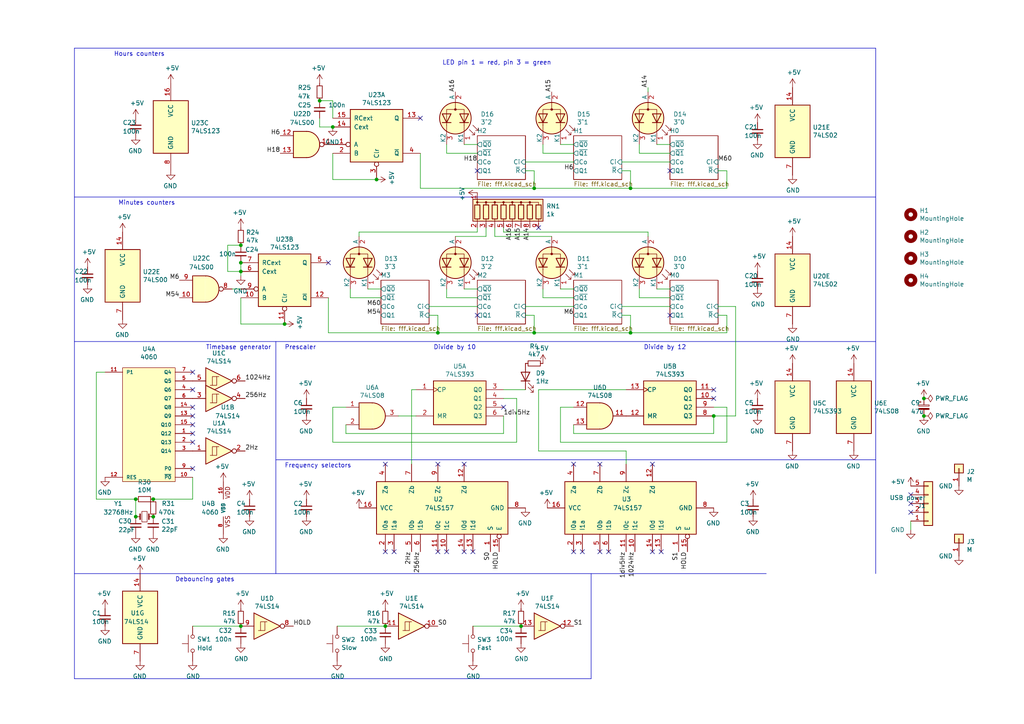
<source format=kicad_sch>
(kicad_sch (version 20230121) (generator eeschema)
  (paper "A4")
  (title_block (title "TTL ternary clock") (date "2024-04-02") (rev "1"))
  (junction (at 39.37 144.78))
  (junction (at 69.85 78.74))
  (junction (at 154.94 96.52))
  (junction (at 69.85 71.12))
  (junction (at 182.88 96.52))
  (junction (at 44.45 149.86))
  (junction (at 96.52 36.83))
  (junction (at 82.55 93.98))
  (junction (at 267.97 120.65))
  (junction (at 44.45 144.78))
  (junction (at 151.13 181.61))
  (junction (at 69.85 181.61))
  (junction (at 182.88 54.61))
  (junction (at 154.94 54.61))
  (junction (at 92.71 29.21))
  (junction (at 207.01 120.65))
  (junction (at 69.85 76.2))
  (junction (at 267.97 115.57))
  (junction (at 127 96.52))
  (junction (at 109.22 52.07))
  (junction (at 39.37 149.86))
  (junction (at 111.76 181.61))
  (no_connect (at 121.92 34.29))
  (no_connect (at 156.21 66.04))
  (no_connect (at 207.01 113.03))
  (no_connect (at 55.88 118.11))
  (no_connect (at 129.54 160.02))
  (no_connect (at 55.88 113.03))
  (no_connect (at 166.37 160.02))
  (no_connect (at 138.43 91.44))
  (no_connect (at 137.16 160.02))
  (no_connect (at 189.23 134.62))
  (no_connect (at 127 134.62))
  (no_connect (at 168.91 160.02))
  (no_connect (at 176.53 160.02))
  (no_connect (at 264.16 146.05))
  (no_connect (at 55.88 123.19))
  (no_connect (at 55.88 135.89))
  (no_connect (at 194.31 49.53))
  (no_connect (at 127 160.02))
  (no_connect (at 173.99 134.62))
  (no_connect (at 114.3 160.02))
  (no_connect (at 55.88 120.65))
  (no_connect (at 264.16 143.51))
  (no_connect (at 134.62 134.62))
  (no_connect (at 166.37 134.62))
  (no_connect (at 55.88 107.95))
  (no_connect (at 146.05 118.11))
  (no_connect (at 189.23 160.02))
  (no_connect (at 191.77 160.02))
  (no_connect (at 173.99 160.02))
  (no_connect (at 138.43 49.53))
  (no_connect (at 95.25 76.2))
  (no_connect (at 134.62 160.02))
  (no_connect (at 194.31 91.44))
  (no_connect (at 207.01 115.57))
  (no_connect (at 55.88 125.73))
  (no_connect (at 111.76 134.62))
  (no_connect (at 55.88 128.27))
  (no_connect (at 111.76 160.02))
  (no_connect (at 264.16 148.59))
  (wire (pts (xy 190.5 83.82) (xy 194.31 83.82)))
  (wire (pts (xy 182.88 54.61) (xy 210.82 54.61)))
  (wire (pts (xy 154.94 96.52) (xy 154.94 91.44)))
  (wire (pts (xy 182.88 49.53) (xy 180.34 49.53)))
  (wire (pts (xy 149.86 128.27) (xy 96.52 128.27)))
  (wire (pts (xy 127 96.52) (xy 154.94 96.52)))
  (wire (pts (xy 95.25 96.52) (xy 127 96.52)))
  (wire (pts (xy 134.62 83.82) (xy 138.43 83.82)))
  (wire (pts (xy 69.85 78.74) (xy 69.85 80.01)))
  (wire (pts (xy 66.04 71.12) (xy 69.85 71.12)))
  (wire (pts (xy 210.82 49.53) (xy 208.28 49.53)))
  (wire (pts (xy 185.42 44.45) (xy 194.31 44.45)))
  (wire (pts (xy 146.05 67.31) (xy 187.96 67.31)))
  (wire (pts (xy 180.34 88.9) (xy 194.31 88.9)))
  (wire (pts (xy 156.21 113.03) (xy 181.61 113.03)))
  (wire (pts (xy 146.05 66.04) (xy 146.05 67.31)))
  (wire (pts (xy 143.51 66.04) (xy 143.51 68.58)))
  (polyline (pts (xy 21.59 99.06) (xy 254 99.06)))
  (wire (pts (xy 27.94 144.78) (xy 27.94 107.95)))
  (wire (pts (xy 104.14 67.31) (xy 138.43 67.31)))
  (polyline (pts (xy 21.59 57.15) (xy 254 57.15)))
  (wire (pts (xy 119.38 113.03) (xy 120.65 113.03)))
  (wire (pts (xy 156.21 113.03) (xy 156.21 130.81)))
  (wire (pts (xy 207.01 125.73) (xy 207.01 120.65)))
  (wire (pts (xy 129.54 41.91) (xy 129.54 44.45)))
  (wire (pts (xy 134.62 41.91) (xy 138.43 41.91)))
  (wire (pts (xy 154.94 54.61) (xy 154.94 49.53)))
  (wire (pts (xy 146.05 113.03) (xy 152.4 113.03)))
  (wire (pts (xy 100.33 123.19) (xy 100.33 125.73)))
  (wire (pts (xy 69.85 76.2) (xy 69.85 78.74)))
  (wire (pts (xy 182.88 91.44) (xy 180.34 91.44)))
  (wire (pts (xy 154.94 49.53) (xy 152.4 49.53)))
  (wire (pts (xy 121.92 44.45) (xy 121.92 54.61)))
  (wire (pts (xy 149.86 115.57) (xy 149.86 128.27)))
  (wire (pts (xy 44.45 144.78) (xy 55.88 144.78)))
  (wire (pts (xy 185.42 86.36) (xy 194.31 86.36)))
  (wire (pts (xy 190.5 41.91) (xy 194.31 41.91)))
  (wire (pts (xy 157.48 44.45) (xy 166.37 44.45)))
  (wire (pts (xy 162.56 128.27) (xy 210.82 128.27)))
  (wire (pts (xy 129.54 44.45) (xy 138.43 44.45)))
  (wire (pts (xy 100.33 125.73) (xy 146.05 125.73)))
  (wire (pts (xy 187.96 25.4) (xy 187.96 26.67)))
  (wire (pts (xy 166.37 125.73) (xy 207.01 125.73)))
  (wire (pts (xy 101.6 86.36) (xy 110.49 86.36)))
  (polyline (pts (xy 254 13.97) (xy 21.59 13.97)))
  (wire (pts (xy 115.57 120.65) (xy 120.65 120.65)))
  (wire (pts (xy 96.52 29.21) (xy 96.52 34.29)))
  (wire (pts (xy 154.94 54.61) (xy 182.88 54.61)))
  (wire (pts (xy 210.82 91.44) (xy 210.82 96.52)))
  (wire (pts (xy 166.37 118.11) (xy 162.56 118.11)))
  (wire (pts (xy 162.56 83.82) (xy 166.37 83.82)))
  (wire (pts (xy 146.05 115.57) (xy 149.86 115.57)))
  (wire (pts (xy 208.28 88.9) (xy 213.36 88.9)))
  (polyline (pts (xy 21.59 13.97) (xy 21.59 196.85)))
  (wire (pts (xy 152.4 46.99) (xy 166.37 46.99)))
  (wire (pts (xy 96.52 118.11) (xy 100.33 118.11)))
  (wire (pts (xy 124.46 88.9) (xy 138.43 88.9)))
  (wire (pts (xy 55.88 181.61) (xy 69.85 181.61)))
  (wire (pts (xy 39.37 149.86) (xy 39.37 144.78)))
  (wire (pts (xy 27.94 107.95) (xy 30.48 107.95)))
  (wire (pts (xy 129.54 86.36) (xy 138.43 86.36)))
  (wire (pts (xy 140.97 68.58) (xy 132.08 68.58)))
  (wire (pts (xy 152.4 88.9) (xy 166.37 88.9)))
  (polyline (pts (xy 80.01 99.06) (xy 80.01 166.37)))
  (polyline (pts (xy 21.59 196.85) (xy 171.45 196.85)))
  (wire (pts (xy 157.48 83.82) (xy 157.48 86.36)))
  (wire (pts (xy 182.88 96.52) (xy 210.82 96.52)))
  (wire (pts (xy 166.37 123.19) (xy 166.37 125.73)))
  (wire (pts (xy 182.88 54.61) (xy 182.88 49.53)))
  (wire (pts (xy 264.16 153.67) (xy 264.16 151.13)))
  (wire (pts (xy 66.04 78.74) (xy 66.04 71.12)))
  (wire (pts (xy 95.25 86.36) (xy 95.25 96.52)))
  (wire (pts (xy 182.88 96.52) (xy 182.88 91.44)))
  (wire (pts (xy 127 96.52) (xy 127 91.44)))
  (wire (pts (xy 121.92 54.61) (xy 154.94 54.61)))
  (wire (pts (xy 96.52 44.45) (xy 96.52 52.07)))
  (wire (pts (xy 106.68 83.82) (xy 110.49 83.82)))
  (wire (pts (xy 210.82 91.44) (xy 208.28 91.44)))
  (wire (pts (xy 162.56 41.91) (xy 166.37 41.91)))
  (wire (pts (xy 157.48 41.91) (xy 157.48 44.45)))
  (wire (pts (xy 96.52 52.07) (xy 109.22 52.07)))
  (wire (pts (xy 39.37 144.78) (xy 27.94 144.78)))
  (wire (pts (xy 154.94 96.52) (xy 182.88 96.52)))
  (wire (pts (xy 140.97 66.04) (xy 140.97 68.58)))
  (polyline (pts (xy 171.45 196.85) (xy 171.45 166.37)))
  (wire (pts (xy 104.14 68.58) (xy 104.14 67.31)))
  (polyline (pts (xy 80.01 133.35) (xy 254 133.35)))
  (wire (pts (xy 207.01 120.65) (xy 213.36 120.65)))
  (wire (pts (xy 127 91.44) (xy 124.46 91.44)))
  (wire (pts (xy 210.82 49.53) (xy 210.82 54.61)))
  (wire (pts (xy 101.6 83.82) (xy 101.6 86.36)))
  (wire (pts (xy 129.54 83.82) (xy 129.54 86.36)))
  (wire (pts (xy 146.05 125.73) (xy 146.05 120.65)))
  (wire (pts (xy 207.01 118.11) (xy 210.82 118.11)))
  (wire (pts (xy 187.96 67.31) (xy 187.96 68.58)))
  (wire (pts (xy 181.61 130.81) (xy 181.61 134.62)))
  (wire (pts (xy 154.94 91.44) (xy 152.4 91.44)))
  (wire (pts (xy 185.42 41.91) (xy 185.42 44.45)))
  (wire (pts (xy 157.48 86.36) (xy 166.37 86.36)))
  (wire (pts (xy 92.71 36.83) (xy 96.52 36.83)))
  (wire (pts (xy 66.04 78.74) (xy 69.85 78.74)))
  (wire (pts (xy 69.85 93.98) (xy 82.55 93.98)))
  (wire (pts (xy 67.31 83.82) (xy 69.85 83.82)))
  (wire (pts (xy 137.16 181.61) (xy 151.13 181.61)))
  (wire (pts (xy 162.56 118.11) (xy 162.56 128.27)))
  (wire (pts (xy 138.43 67.31) (xy 138.43 66.04)))
  (wire (pts (xy 185.42 83.82) (xy 185.42 86.36)))
  (wire (pts (xy 213.36 88.9) (xy 213.36 120.65)))
  (polyline (pts (xy 21.59 166.37) (xy 222.25 166.37)))
  (wire (pts (xy 97.79 181.61) (xy 111.76 181.61)))
  (wire (pts (xy 180.34 46.99) (xy 194.31 46.99)))
  (wire (pts (xy 156.21 130.81) (xy 181.61 130.81)))
  (wire (pts (xy 69.85 86.36) (xy 69.85 93.98)))
  (wire (pts (xy 92.71 34.29) (xy 92.71 36.83)))
  (wire (pts (xy 92.71 29.21) (xy 96.52 29.21)))
  (wire (pts (xy 119.38 134.62) (xy 119.38 113.03)))
  (polyline (pts (xy 254 13.97) (xy 254 166.37)))
  (wire (pts (xy 55.88 144.78) (xy 55.88 138.43)))
  (wire (pts (xy 143.51 68.58) (xy 160.02 68.58)))
  (wire (pts (xy 96.52 128.27) (xy 96.52 118.11)))
  (wire (pts (xy 210.82 118.11) (xy 210.82 128.27)))
  (text "Frequency selectors" (at 82.55 135.89 0) (effects (font (size 1.27 1.27)) (justify left bottom)))
  (text "Divide by 10" (at 125.73 101.6 0) (effects (font (size 1.27 1.27)) (justify left bottom)))
  (text "Minutes counters" (at 34.29 59.69 0) (effects (font (size 1.27 1.27)) (justify left bottom)))
  (text "Debouncing gates" (at 50.8 168.91 0) (effects (font (size 1.27 1.27)) (justify left bottom)))
  (text "LED pin 1 = red, pin 3 = green" (at 128.27 19.05 0) (effects (font (size 1.27 1.27)) (justify left bottom)))
  (text "Timebase generator" (at 59.69 101.6 0) (effects (font (size 1.27 1.27)) (justify left bottom)))
  (text "Prescaler" (at 82.55 101.6 0) (effects (font (size 1.27 1.27)) (justify left bottom)))
  (text "Divide by 12" (at 186.69 101.6 0) (effects (font (size 1.27 1.27)) (justify left bottom)))
  (text "Hours counters" (at 33.02 16.51 0) (effects (font (size 1.27 1.27)) (justify left bottom)))
  (label "1div5Hz" (at 146.05 120.65 0))
  (label "256Hz" (at 121.92 160.02 270))
  (label "2Hz" (at 119.38 160.02 270))
  (label "1024Hz" (at 71.12 110.49 0))
  (label "M60" (at 110.49 88.9 180))
  (label "A14" (at 153.67 66.04 270))
  (label "1024Hz" (at 184.15 160.02 270))
  (label "S0" (at 142.24 160.02 270))
  (label "HOLD" (at 85.09 181.61 0))
  (label "H6" (at 81.28 39.37 180))
  (label "M60" (at 208.28 46.99 0))
  (label "H6" (at 166.37 49.53 180))
  (label "256Hz" (at 71.12 115.57 0))
  (label "A16" (at 132.08 26.67 90))
  (label "S0" (at 127 181.61 0))
  (label "A15" (at 160.02 26.67 90))
  (label "HOLD" (at 144.78 160.02 270))
  (label "A15" (at 151.13 66.04 270))
  (label "A16" (at 148.59 66.04 270))
  (label "M54" (at 52.07 86.36 180))
  (label "M6" (at 166.37 91.44 180))
  (label "HOLD" (at 199.39 160.02 270))
  (label "S1" (at 166.37 181.61 0))
  (label "1div5Hz" (at 181.61 160.02 270))
  (label "M6" (at 52.07 81.28 180))
  (label "M54" (at 110.49 91.44 180))
  (label "2Hz" (at 71.12 130.81 0))
  (label "H18" (at 81.28 44.45 180))
  (label "H18" (at 138.43 46.99 180))
  (label "A14" (at 187.96 25.4 90))
  (label "S1" (at 196.85 160.02 270))
  (symbol (lib_id "Device:R_Small") (at 151.13 179.07 0) (mirror x) (unit 1)
    (property "Reference" "R17" (at 149.6568 177.9016 0) (effects (justify right)))
    (property "Value" "47k" (at 149.6568 180.213 0) (effects (justify right)))
    (property "Footprint" "Resistor_THT:R_Axial_DIN0207_L6.3mm_D2.5mm_P10.16mm_Horizontal" (effects hide))
  )
  (symbol (lib_id "Device:R_Small") (at 111.76 179.07 0) (mirror x) (unit 1)
    (property "Reference" "R16" (at 110.2868 177.9016 0) (effects (justify right)))
    (property "Value" "47k" (at 110.2868 180.213 0) (effects (justify right)))
    (property "Footprint" "Resistor_THT:R_Axial_DIN0207_L6.3mm_D2.5mm_P10.16mm_Horizontal" (effects hide))
  )
  (symbol (lib_id "Device:C_Small") (at 151.13 184.15 0) (mirror x) (unit 1)
    (property "Reference" "C34" (at 148.7932 182.9816 0) (effects (justify right)))
    (property "Value" "100n" (at 148.7932 185.293 0) (effects (justify right)))
    (property "Footprint" "Capacitor_THT:C_Disc_D3.4mm_W2.1mm_P2.50mm" (effects hide))
  )
  (symbol (lib_id "Device:C_Small") (at 111.76 184.15 0) (mirror x) (unit 1)
    (property "Reference" "C33" (at 109.4232 182.9816 0) (effects (justify right)))
    (property "Value" "100n" (at 109.4232 185.293 0) (effects (justify right)))
    (property "Footprint" "Capacitor_THT:C_Disc_D3.4mm_W2.1mm_P2.50mm" (effects hide))
  )
  (symbol (lib_id "power:GND") (at 111.76 186.69 0) (unit 1)
    (property "Reference" "#PWR049" (effects hide))
    (property "Value" "GND" (at 111.887 191.0842 0))
  )
  (symbol (lib_id "power:GND") (at 151.13 186.69 0) (unit 1)
    (property "Reference" "#PWR050" (effects hide))
    (property "Value" "GND" (at 151.257 191.0842 0))
  )
  (symbol (lib_id "power:+5V") (at 151.13 176.53 0) (unit 1)
    (property "Reference" "#PWR048" (effects hide))
    (property "Value" "+5V" (at 151.511 172.1358 0))
  )
  (symbol (lib_id "power:+5V") (at 111.76 176.53 0) (unit 1)
    (property "Reference" "#PWR047" (effects hide))
    (property "Value" "+5V" (at 112.141 172.1358 0))
  )
  (symbol (lib_id "power:GND") (at 35.56 92.71 0) (mirror y) (unit 1)
    (property "Reference" "#PWR028" (effects hide))
    (property "Value" "GND" (at 35.433 97.1042 0))
  )
  (symbol (lib_id "power:PWR_FLAG") (at 267.97 120.65 270) (unit 1)
    (property "Reference" "#FLG02" (effects hide))
    (property "Value" "PWR_FLAG" (at 271.2212 120.65 90) (effects (justify left)))
  )
  (symbol (lib_id "power:PWR_FLAG") (at 267.97 115.57 270) (mirror x) (unit 1)
    (property "Reference" "#FLG01" (effects hide))
    (property "Value" "PWR_FLAG" (at 271.2212 115.57 90) (effects (justify left)))
  )
  (symbol (lib_id "power:+5V") (at 35.56 67.31 0) (unit 1)
    (property "Reference" "#PWR013" (effects hide))
    (property "Value" "+5V" (at 35.941 62.9158 0))
  )
  (symbol (lib_id "74xx:74LS14") (at 77.47 181.61 0) (unit 4)
    (property "Reference" "U1" (at 77.47 173.5582 0))
    (property "Value" "74LS14" (at 77.47 175.8696 0))
    (property "Footprint" "Package_DIP:DIP-14_W7.62mm" (effects hide))
    (property "Datasheet" "http://www.ti.com/lit/gpn/sn74LS14" (effects hide))
  )
  (symbol (lib_id "Device:LED") (at 152.4 109.22 90) (unit 1)
    (property "Reference" "D9" (at 155.3972 108.2294 90) (effects (justify right)))
    (property "Value" "1Hz" (at 155.3972 110.5408 90) (effects (justify right)))
    (property "Footprint" "LED_THT:LED_D3.0mm" (effects hide))
  )
  (symbol (lib_id "power:+5V") (at 157.48 105.41 0) (mirror y) (unit 1)
    (property "Reference" "#PWR029" (effects hide))
    (property "Value" "+5V" (at 157.099 101.0158 0))
  )
  (symbol (lib_id "power:GND") (at 30.48 138.43 0) (mirror y) (unit 1)
    (property "Reference" "#PWR039" (effects hide))
    (property "Value" "GND" (at 30.353 142.8242 0))
  )
  (symbol (lib_id "Device:C_Small") (at 39.37 152.4 0) (unit 1)
    (property "Reference" "C30" (at 34.29 151.13 0) (effects (justify left)))
    (property "Value" "22pF" (at 34.29 153.67 0) (effects (justify left)))
    (property "Footprint" "Capacitor_THT:C_Disc_D3.0mm_W1.6mm_P2.50mm" (effects hide))
  )
  (symbol (lib_id "Device:C_Small") (at 44.45 152.4 0) (unit 1)
    (property "Reference" "C31" (at 46.7868 151.2316 0) (effects (justify left)))
    (property "Value" "22pF" (at 46.7868 153.543 0) (effects (justify left)))
    (property "Footprint" "Capacitor_THT:C_Disc_D3.0mm_W1.6mm_P2.50mm" (effects hide))
  )
  (symbol (lib_id "Device:Crystal_Small") (at 41.91 149.86 0) (mirror y) (unit 1)
    (property "Reference" "Y1" (at 34.29 146.05 0))
    (property "Value" "32768Hz" (at 34.29 148.59 0))
    (property "Footprint" "Crystal:Crystal_C38-LF_D3.0mm_L8.0mm_Horizontal" (effects hide))
  )
  (symbol (lib_id "Device:R_Small") (at 41.91 144.78 270) (unit 1)
    (property "Reference" "R30" (at 41.91 139.8016 90))
    (property "Value" "10M" (at 41.91 142.113 90))
    (property "Footprint" "Resistor_THT:R_Axial_DIN0207_L6.3mm_D2.5mm_P10.16mm_Horizontal" (effects hide))
  )
  (symbol (lib_id "Device:R_Small") (at 44.45 147.32 0) (unit 1)
    (property "Reference" "R31" (at 50.8 146.05 0) (effects (justify right)))
    (property "Value" "470k" (at 50.8 148.59 0) (effects (justify right)))
    (property "Footprint" "Resistor_THT:R_Axial_DIN0207_L6.3mm_D2.5mm_P10.16mm_Horizontal" (effects hide))
  )
  (symbol (lib_id "power:GND") (at 39.37 154.94 0) (mirror y) (unit 1)
    (property "Reference" "#PWR044" (effects hide))
    (property "Value" "GND" (at 39.243 159.3342 0))
  )
  (symbol (lib_id "power:GND") (at 44.45 154.94 0) (mirror y) (unit 1)
    (property "Reference" "#PWR045" (effects hide))
    (property "Value" "GND" (at 44.323 159.3342 0))
  )
  (symbol (lib_id "power:GND") (at 264.16 153.67 0) (mirror y) (unit 1)
    (property "Reference" "#PWR0101" (effects hide))
    (property "Value" "GND" (at 260.35 153.67 0))
  )
  (symbol (lib_id "power:+5V") (at 264.16 140.97 0) (mirror y) (unit 1)
    (property "Reference" "#PWR0102" (effects hide))
    (property "Value" "+5V" (at 260.35 139.7 0))
  )
  (symbol (lib_id "Device:C_Small") (at 30.48 179.07 0) (unit 1)
    (property "Reference" "C1" (at 26.67 177.8 0) (effects (justify left)))
    (property "Value" "100n" (at 26.67 180.34 0) (effects (justify left)))
    (property "Footprint" "Capacitor_THT:C_Rect_L7.2mm_W2.5mm_P5.00mm_FKS2_FKP2_MKS2_MKP2" (effects hide))
  )
  (symbol (lib_id "Device:C_Small") (at 72.39 147.32 0) (unit 1)
    (property "Reference" "C4" (at 68.58 146.05 0) (effects (justify left)))
    (property "Value" "100n" (at 68.58 148.59 0) (effects (justify left)))
    (property "Footprint" "Capacitor_THT:C_Rect_L7.2mm_W2.5mm_P5.00mm_FKS2_FKP2_MKS2_MKP2" (effects hide))
  )
  (symbol (lib_id "Device:C_Small") (at 88.9 147.32 0) (unit 1)
    (property "Reference" "C2" (at 85.09 146.05 0) (effects (justify left)))
    (property "Value" "100n" (at 85.09 148.59 0) (effects (justify left)))
    (property "Footprint" "Capacitor_THT:C_Rect_L7.2mm_W2.5mm_P5.00mm_FKS2_FKP2_MKS2_MKP2" (effects hide))
  )
  (symbol (lib_id "power:+5V") (at 219.71 35.56 0) (mirror y) (unit 1)
    (property "Reference" "#PWR051" (effects hide))
    (property "Value" "+5V" (at 219.329 31.1658 0))
  )
  (symbol (lib_id "power:GND") (at 219.71 40.64 0) (mirror y) (unit 1)
    (property "Reference" "#PWR052" (effects hide))
    (property "Value" "GND" (at 219.583 45.0342 0))
  )
  (symbol (lib_id "Ken:4060") (at 64.77 147.32 0) (unit 2)
    (property "Reference" "U4" (at 58.42 146.05 0) (effects (justify left)))
    (property "Value" "4060" (at 58.42 148.59 0) (effects (justify left)))
    (property "Footprint" "Package_DIP:DIP-16_W7.62mm" (effects hide))
  )
  (symbol (lib_id "power:+5V") (at 64.77 139.7 0) (mirror y) (unit 1)
    (property "Reference" "#PWR030" (effects hide))
    (property "Value" "+5V" (at 64.389 135.3058 0))
  )
  (symbol (lib_id "power:GND") (at 64.77 154.94 0) (mirror y) (unit 1)
    (property "Reference" "#PWR037" (effects hide))
    (property "Value" "GND" (at 64.643 159.3342 0))
  )
  (symbol (lib_id "Switch:SW_Push") (at 55.88 186.69 90) (unit 1)
    (property "Reference" "SW1" (at 57.15 185.42 90) (effects (justify right)))
    (property "Value" "Hold" (at 57.15 187.96 90) (effects (justify right)))
    (property "Footprint" "Button_Switch_THT:SW_PUSH_6mm_H4.3mm" (effects hide))
  )
  (symbol (lib_id "Switch:SW_Push") (at 97.79 186.69 90) (unit 1)
    (property "Reference" "SW2" (at 99.0092 185.5216 90) (effects (justify right)))
    (property "Value" "Slow" (at 99.0092 187.833 90) (effects (justify right)))
    (property "Footprint" "Button_Switch_THT:SW_PUSH_6mm_H4.3mm" (effects hide))
  )
  (symbol (lib_id "Switch:SW_Push") (at 137.16 186.69 90) (unit 1)
    (property "Reference" "SW3" (at 138.3792 185.5216 90) (effects (justify right)))
    (property "Value" "Fast" (at 138.3792 187.833 90) (effects (justify right)))
    (property "Footprint" "Button_Switch_THT:SW_PUSH_6mm_H4.3mm" (effects hide))
  )
  (symbol (lib_id "power:GND") (at 55.88 191.77 0) (unit 1)
    (property "Reference" "#PWR053" (effects hide))
    (property "Value" "GND" (at 56.007 196.1642 0))
  )
  (symbol (lib_id "power:GND") (at 97.79 191.77 0) (unit 1)
    (property "Reference" "#PWR054" (effects hide))
    (property "Value" "GND" (at 97.917 196.1642 0))
  )
  (symbol (lib_id "power:GND") (at 137.16 191.77 0) (unit 1)
    (property "Reference" "#PWR055" (effects hide))
    (property "Value" "GND" (at 137.287 196.1642 0))
  )
  (symbol (lib_id "Connector_Generic:Conn_01x05") (at 269.24 146.05 0) (mirror x) (unit 1)
    (property "Reference" "J1" (at 268.5288 146.6596 0) (effects (justify right)))
    (property "Value" "USB power" (at 268.5288 144.3482 0) (effects (justify right)))
    (property "Footprint" "Connector_PinHeader_2.54mm:PinHeader_1x05_P2.54mm_Vertical" (effects hide))
  )
  (symbol (lib_id "74xx:74LS14") (at 158.75 181.61 0) (unit 6)
    (property "Reference" "U1" (at 158.75 173.5582 0))
    (property "Value" "74LS14" (at 158.75 175.8696 0))
    (property "Footprint" "Package_DIP:DIP-14_W7.62mm" (effects hide))
    (property "Datasheet" "http://www.ti.com/lit/gpn/sn74LS14" (effects hide))
  )
  (symbol (lib_id "74xx:74LS14") (at 119.38 181.61 0) (unit 5)
    (property "Reference" "U1" (at 119.38 173.5582 0))
    (property "Value" "74LS14" (at 119.38 175.8696 0))
    (property "Footprint" "Package_DIP:DIP-14_W7.62mm" (effects hide))
    (property "Datasheet" "http://www.ti.com/lit/gpn/sn74LS14" (effects hide))
  )
  (symbol (lib_id "74xx:74LS14") (at 40.64 179.07 0) (mirror y) (unit 7)
    (property "Reference" "U1" (at 41.91 177.8 0) (effects (justify left)))
    (property "Value" "74LS14" (at 43.18 180.34 0) (effects (justify left)))
    (property "Footprint" "Package_DIP:DIP-14_W7.62mm" (effects hide))
    (property "Datasheet" "http://www.ti.com/lit/gpn/sn74LS14" (effects hide))
  )
  (symbol (lib_id "power:GND") (at 40.64 191.77 0) (mirror y) (unit 1)
    (property "Reference" "#PWR046" (effects hide))
    (property "Value" "GND" (at 40.513 196.1642 0))
  )
  (symbol (lib_id "power:+5V") (at 40.64 166.37 0) (mirror y) (unit 1)
    (property "Reference" "#PWR038" (effects hide))
    (property "Value" "+5V" (at 40.259 161.9758 0))
  )
  (symbol (lib_id "Connector_Generic:Conn_01x01") (at 278.13 135.89 90) (unit 1)
    (property "Reference" "J2" (at 280.3652 136.8044 90) (effects (justify right)))
    (property "Value" "M" (at 280.3652 139.1158 90) (effects (justify right)))
    (property "Footprint" "Connector_PinHeader_2.54mm:PinHeader_1x01_P2.54mm_Vertical" (effects hide))
  )
  (symbol (lib_id "Connector_Generic:Conn_01x01") (at 278.13 156.21 90) (unit 1)
    (property "Reference" "J3" (at 280.3652 157.1244 90) (effects (justify right)))
    (property "Value" "M" (at 280.3652 159.4358 90) (effects (justify right)))
    (property "Footprint" "Connector_PinHeader_2.54mm:PinHeader_1x01_P2.54mm_Vertical" (effects hide))
  )
  (symbol (lib_id "power:GND") (at 278.13 140.97 0) (mirror y) (unit 1)
    (property "Reference" "#PWR058" (effects hide))
    (property "Value" "GND" (at 274.32 140.97 0))
  )
  (symbol (lib_id "power:GND") (at 278.13 161.29 0) (mirror y) (unit 1)
    (property "Reference" "#PWR059" (effects hide))
    (property "Value" "GND" (at 274.32 161.29 0))
  )
  (symbol (lib_id "Device:C_Polarized_Small") (at 267.97 118.11 0) (unit 1)
    (property "Reference" "C9" (at 264.16 116.84 0) (effects (justify left)))
    (property "Value" "47u" (at 264.16 119.38 0) (effects (justify left)))
    (property "Footprint" "Capacitor_THT:CP_Radial_D6.3mm_P2.50mm" (effects hide))
  )
  (symbol (lib_id "Ken:4060") (at 43.18 123.19 0) (unit 1)
    (property "Reference" "U4" (at 43.18 101.219 0))
    (property "Value" "4060" (at 43.18 103.5304 0))
    (property "Footprint" "Package_DIP:DIP-16_W7.62mm" (effects hide))
  )
  (symbol (lib_id "Device:C_Small") (at 219.71 118.11 0) (unit 1)
    (property "Reference" "C5" (at 215.9 116.84 0) (effects (justify left)))
    (property "Value" "100n" (at 215.9 119.38 0) (effects (justify left)))
    (property "Footprint" "Capacitor_THT:C_Rect_L7.2mm_W2.5mm_P5.00mm_FKS2_FKP2_MKS2_MKP2" (effects hide))
  )
  (symbol (lib_id "Mechanical:MountingHole") (at 264.16 62.23 0) (unit 1)
    (property "Reference" "H1" (at 266.7 61.0616 0) (effects (justify left)))
    (property "Value" "MountingHole" (at 266.7 63.373 0) (effects (justify left)))
    (property "Footprint" "MountingHole:MountingHole_3.5mm_Pad" (effects hide))
  )
  (symbol (lib_id "Mechanical:MountingHole") (at 264.16 68.58 0) (unit 1)
    (property "Reference" "H2" (at 266.7 67.4116 0) (effects (justify left)))
    (property "Value" "MountingHole" (at 266.7 69.723 0) (effects (justify left)))
    (property "Footprint" "MountingHole:MountingHole_3.5mm_Pad" (effects hide))
  )
  (symbol (lib_id "Mechanical:MountingHole") (at 264.16 74.93 0) (unit 1)
    (property "Reference" "H3" (at 266.7 73.7616 0) (effects (justify left)))
    (property "Value" "MountingHole" (at 266.7 76.073 0) (effects (justify left)))
    (property "Footprint" "MountingHole:MountingHole_3.5mm_Pad" (effects hide))
  )
  (symbol (lib_id "Mechanical:MountingHole") (at 264.16 81.28 0) (unit 1)
    (property "Reference" "H4" (at 266.7 80.1116 0) (effects (justify left)))
    (property "Value" "MountingHole" (at 266.7 82.423 0) (effects (justify left)))
    (property "Footprint" "MountingHole:MountingHole_3.5mm_Pad" (effects hide))
  )
  (symbol (lib_id "Device:C_Small") (at 219.71 81.28 0) (unit 1)
    (property "Reference" "C20" (at 215.9 80.01 0) (effects (justify left)))
    (property "Value" "100n" (at 215.9 82.55 0) (effects (justify left)))
    (property "Footprint" "Capacitor_THT:C_Rect_L7.2mm_W2.5mm_P5.00mm_FKS2_FKP2_MKS2_MKP2" (effects hide))
  )
  (symbol (lib_id "Device:C_Small") (at 219.71 38.1 0) (unit 1)
    (property "Reference" "C21" (at 215.9 36.83 0) (effects (justify left)))
    (property "Value" "100n" (at 215.9 39.37 0) (effects (justify left)))
    (property "Footprint" "Capacitor_THT:C_Rect_L7.2mm_W2.5mm_P5.00mm_FKS2_FKP2_MKS2_MKP2" (effects hide))
  )
  (symbol (lib_id "Device:R_Network08") (at 148.59 60.96 0) (unit 1)
    (property "Reference" "RN1" (at 158.4452 59.7916 0) (effects (justify left)))
    (property "Value" "1k" (at 158.4452 62.103 0) (effects (justify left)))
    (property "Footprint" "Resistor_THT:R_Array_SIP9" (effects hide))
    (property "Datasheet" "http://www.vishay.com/docs/31509/csc.pdf" (effects hide))
  )
  (symbol (lib_id "Device:C_Small") (at 25.4 80.01 0) (unit 1)
    (property "Reference" "C22" (at 21.59 78.74 0) (effects (justify left)))
    (property "Value" "100n" (at 21.59 81.28 0) (effects (justify left)))
    (property "Footprint" "Capacitor_THT:C_Rect_L7.2mm_W2.5mm_P5.00mm_FKS2_FKP2_MKS2_MKP2" (effects hide))
  )
  (symbol (lib_id "power:+5V") (at 138.43 55.88 90) (mirror x) (unit 1)
    (property "Reference" "#PWR02" (effects hide))
    (property "Value" "+5V" (at 134.0358 56.261 0))
  )
  (symbol (lib_id "Device:R_Small") (at 69.85 179.07 0) (mirror x) (unit 1)
    (property "Reference" "R15" (at 68.3768 177.9016 0) (effects (justify right)))
    (property "Value" "47k" (at 68.3768 180.213 0) (effects (justify right)))
    (property "Footprint" "Resistor_THT:R_Axial_DIN0207_L6.3mm_D2.5mm_P10.16mm_Horizontal" (effects hide))
  )
  (symbol (lib_id "power:+5V") (at 69.85 176.53 0) (unit 1)
    (property "Reference" "#PWR03" (effects hide))
    (property "Value" "+5V" (at 70.231 172.1358 0))
  )
  (symbol (lib_id "Device:C_Small") (at 69.85 184.15 0) (mirror x) (unit 1)
    (property "Reference" "C32" (at 67.31 182.88 0) (effects (justify right)))
    (property "Value" "100n" (at 67.31 185.42 0) (effects (justify right)))
    (property "Footprint" "Capacitor_THT:C_Disc_D3.4mm_W2.1mm_P2.50mm" (effects hide))
  )
  (symbol (lib_id "power:GND") (at 69.85 186.69 0) (unit 1)
    (property "Reference" "#PWR0106" (effects hide))
    (property "Value" "GND" (at 69.977 191.0842 0))
  )
  (symbol (lib_id "power:GND") (at 207.01 147.32 0) (mirror y) (unit 1)
    (property "Reference" "#PWR0125" (effects hide))
    (property "Value" "GND" (at 206.883 151.7142 0))
  )
  (symbol (lib_id "power:+5V") (at 158.75 147.32 0) (mirror y) (unit 1)
    (property "Reference" "#PWR0126" (effects hide))
    (property "Value" "+5V" (at 158.369 142.9258 0))
  )
  (symbol (lib_id "power:+5V") (at 229.87 105.41 0) (mirror y) (unit 1)
    (property "Reference" "#PWR0123" (effects hide))
    (property "Value" "+5V" (at 229.489 101.0158 0))
  )
  (symbol (lib_id "power:GND") (at 229.87 130.81 0) (mirror y) (unit 1)
    (property "Reference" "#PWR0124" (effects hide))
    (property "Value" "GND" (at 229.743 135.2042 0))
  )
  (symbol (lib_id "power:GND") (at 30.48 181.61 0) (mirror y) (unit 1)
    (property "Reference" "#PWR0103" (effects hide))
    (property "Value" "GND" (at 30.353 186.0042 0))
  )
  (symbol (lib_id "power:+5V") (at 30.48 176.53 0) (mirror y) (unit 1)
    (property "Reference" "#PWR0137" (effects hide))
    (property "Value" "+5V" (at 30.099 172.1358 0))
  )
  (symbol (lib_id "power:GND") (at 72.39 149.86 0) (mirror y) (unit 1)
    (property "Reference" "#PWR0138" (effects hide))
    (property "Value" "GND" (at 72.263 154.2542 0))
  )
  (symbol (lib_id "power:+5V") (at 72.39 144.78 0) (mirror y) (unit 1)
    (property "Reference" "#PWR0139" (effects hide))
    (property "Value" "+5V" (at 72.009 140.3858 0))
  )
  (symbol (lib_id "power:GND") (at 88.9 149.86 0) (mirror y) (unit 1)
    (property "Reference" "#PWR0140" (effects hide))
    (property "Value" "GND" (at 88.773 154.2542 0))
  )
  (symbol (lib_id "power:+5V") (at 88.9 144.78 0) (mirror y) (unit 1)
    (property "Reference" "#PWR0141" (effects hide))
    (property "Value" "+5V" (at 88.519 140.3858 0))
  )
  (symbol (lib_id "power:GND") (at 219.71 120.65 0) (mirror y) (unit 1)
    (property "Reference" "#PWR0142" (effects hide))
    (property "Value" "GND" (at 219.583 125.0442 0))
  )
  (symbol (lib_id "power:+5V") (at 219.71 78.74 0) (unit 1)
    (property "Reference" "#PWR0143" (effects hide))
    (property "Value" "+5V" (at 220.091 74.3458 0))
  )
  (symbol (lib_id "power:GND") (at 219.71 83.82 0) (unit 1)
    (property "Reference" "#PWR0144" (effects hide))
    (property "Value" "GND" (at 219.837 88.2142 0))
  )
  (symbol (lib_id "74xx:74HC123") (at 109.22 39.37 0) (unit 1)
    (property "Reference" "U23" (at 109.22 27.5082 0))
    (property "Value" "74LS123" (at 109.22 29.8196 0))
    (property "Footprint" "Package_DIP:DIP-16_W7.62mm" (effects hide))
    (property "Datasheet" "http://www.ti.com/lit/gpn/sn74LS123" (effects hide))
  )
  (symbol (lib_id "power:+5V") (at 25.4 77.47 0) (unit 1)
    (property "Reference" "#PWR0145" (effects hide))
    (property "Value" "+5V" (at 25.781 73.0758 0))
  )
  (symbol (lib_id "power:GND") (at 25.4 82.55 0) (mirror y) (unit 1)
    (property "Reference" "#PWR0146" (effects hide))
    (property "Value" "GND" (at 25.273 86.9442 0))
  )
  (symbol (lib_id "Device:C_Small") (at 39.37 36.83 0) (unit 1)
    (property "Reference" "C23" (at 35.56 35.56 0) (effects (justify left)))
    (property "Value" "100n" (at 35.56 38.1 0) (effects (justify left)))
    (property "Footprint" "Capacitor_THT:C_Rect_L7.2mm_W2.5mm_P5.00mm_FKS2_FKP2_MKS2_MKP2" (effects hide))
  )
  (symbol (lib_id "power:+5V") (at 39.37 34.29 0) (unit 1)
    (property "Reference" "#PWR0147" (effects hide))
    (property "Value" "+5V" (at 39.751 29.8958 0))
  )
  (symbol (lib_id "power:GND") (at 39.37 39.37 0) (mirror y) (unit 1)
    (property "Reference" "#PWR0148" (effects hide))
    (property "Value" "GND" (at 39.243 43.7642 0))
  )
  (symbol (lib_id "74xx:74HC123") (at 82.55 81.28 0) (unit 2)
    (property "Reference" "U23" (at 82.55 69.4182 0))
    (property "Value" "74LS123" (at 82.55 71.7296 0))
    (property "Footprint" "Package_DIP:DIP-16_W7.62mm" (effects hide))
    (property "Datasheet" "http://www.ti.com/lit/gpn/sn74LS123" (effects hide))
  )
  (symbol (lib_id "power:+5V") (at 82.55 93.98 270) (mirror x) (unit 1)
    (property "Reference" "#PWR0127" (effects hide))
    (property "Value" "+5V" (at 86.9442 93.599 0))
  )
  (symbol (lib_id "power:+5V") (at 109.22 52.07 270) (mirror x) (unit 1)
    (property "Reference" "#PWR0128" (effects hide))
    (property "Value" "+5V" (at 113.6142 51.689 0))
  )
  (symbol (lib_id "74xx:74HC123") (at 49.53 36.83 0) (unit 3)
    (property "Reference" "U23" (at 55.372 35.6616 0) (effects (justify left)))
    (property "Value" "74LS123" (at 55.372 37.973 0) (effects (justify left)))
    (property "Footprint" "Package_DIP:DIP-16_W7.62mm" (effects hide))
    (property "Datasheet" "http://www.ti.com/lit/gpn/sn74LS123" (effects hide))
  )
  (symbol (lib_id "power:GND") (at 49.53 49.53 0) (mirror y) (unit 1)
    (property "Reference" "#PWR0129" (effects hide))
    (property "Value" "GND" (at 49.403 53.9242 0))
  )
  (symbol (lib_id "power:+5V") (at 49.53 24.13 0) (unit 1)
    (property "Reference" "#PWR0130" (effects hide))
    (property "Value" "+5V" (at 49.911 19.7358 0))
  )
  (symbol (lib_id "74xx:74LS14") (at 63.5 130.81 0) (unit 1)
    (property "Reference" "U1" (at 63.5 122.7582 0))
    (property "Value" "74LS14" (at 63.5 125.0696 0))
    (property "Footprint" "Package_DIP:DIP-14_W7.62mm" (effects hide))
    (property "Datasheet" "http://www.ti.com/lit/gpn/sn74LS14" (effects hide))
  )
  (symbol (lib_id "74xx:74LS14") (at 63.5 115.57 0) (unit 2)
    (property "Reference" "U1" (at 66.04 118.11 0))
    (property "Value" "74LS14" (at 66.04 120.65 0))
    (property "Footprint" "Package_DIP:DIP-14_W7.62mm" (effects hide))
    (property "Datasheet" "http://www.ti.com/lit/gpn/sn74LS14" (effects hide))
  )
  (symbol (lib_id "74xx:74LS14") (at 63.5 110.49 0) (unit 3)
    (property "Reference" "U1" (at 63.5 102.4382 0))
    (property "Value" "74LS14" (at 63.5 104.7496 0))
    (property "Footprint" "Package_DIP:DIP-14_W7.62mm" (effects hide))
    (property "Datasheet" "http://www.ti.com/lit/gpn/sn74LS14" (effects hide))
  )
  (symbol (lib_id "74xx:74LS393") (at 133.35 115.57 0) (unit 1)
    (property "Reference" "U5" (at 133.35 106.2482 0))
    (property "Value" "74LS393" (at 133.35 108.5596 0))
    (property "Footprint" "Package_DIP:DIP-14_W7.62mm" (effects hide))
    (property "Datasheet" "74xx\\74LS393.pdf" (effects hide))
  )
  (symbol (lib_id "74xx:74LS393") (at 194.31 115.57 0) (unit 2)
    (property "Reference" "U5" (at 194.31 106.2482 0))
    (property "Value" "74LS393" (at 194.31 108.5596 0))
    (property "Footprint" "Package_DIP:DIP-14_W7.62mm" (effects hide))
    (property "Datasheet" "74xx\\74LS393.pdf" (effects hide))
  )
  (symbol (lib_id "74xx:74LS157") (at 181.61 147.32 90) (unit 1)
    (property "Reference" "U3" (at 180.34 144.78 90) (effects (justify right)))
    (property "Value" "74LS157" (at 177.8 147.32 90) (effects (justify right)))
    (property "Footprint" "Package_DIP:DIP-16_W7.62mm" (effects hide))
    (property "Datasheet" "http://www.ti.com/lit/gpn/sn74LS157" (effects hide))
  )
  (symbol (lib_id "power:GND") (at 152.4 147.32 0) (mirror y) (unit 1)
    (property "Reference" "#PWR0164" (effects hide))
    (property "Value" "GND" (at 152.273 151.7142 0))
  )
  (symbol (lib_id "power:+5V") (at 104.14 147.32 0) (mirror y) (unit 1)
    (property "Reference" "#PWR0165" (effects hide))
    (property "Value" "+5V" (at 103.759 142.9258 0))
  )
  (symbol (lib_id "74xx:74LS157") (at 127 147.32 90) (unit 1)
    (property "Reference" "U2" (at 125.73 144.78 90) (effects (justify right)))
    (property "Value" "74LS157" (at 123.19 147.32 90) (effects (justify right)))
    (property "Footprint" "Package_DIP:DIP-16_W7.62mm" (effects hide))
    (property "Datasheet" "http://www.ti.com/lit/gpn/sn74LS157" (effects hide))
  )
  (symbol (lib_id "74xx:74LS393") (at 229.87 118.11 0) (unit 3)
    (property "Reference" "U5" (at 235.712 116.9416 0) (effects (justify left)))
    (property "Value" "74LS393" (at 235.712 119.253 0) (effects (justify left)))
    (property "Footprint" "Package_DIP:DIP-14_W7.62mm" (effects hide))
    (property "Datasheet" "74xx\\74LS393.pdf" (effects hide))
  )
  (symbol (lib_id "power:GND") (at 267.97 120.65 0) (mirror y) (unit 1)
    (property "Reference" "#PWR0131" (effects hide))
    (property "Value" "GND" (at 267.843 125.0442 0))
  )
  (symbol (lib_id "power:+5V") (at 219.71 115.57 0) (mirror y) (unit 1)
    (property "Reference" "#PWR0132" (effects hide))
    (property "Value" "+5V" (at 219.329 111.1758 0))
  )
  (symbol (lib_id "Device:C_Small") (at 69.85 73.66 0) (unit 1)
    (property "Reference" "C24" (at 71.12 72.39 0) (effects (justify left)))
    (property "Value" "100n" (at 63.5 73.66 0) (effects (justify left)))
    (property "Footprint" "Capacitor_THT:C_Disc_D3.4mm_W2.1mm_P2.50mm" (effects hide))
  )
  (symbol (lib_id "Device:R_Small") (at 69.85 68.58 0) (unit 1)
    (property "Reference" "R24" (at 71.3486 67.4116 0) (effects (justify left)))
    (property "Value" "47k" (at 71.3486 69.723 0) (effects (justify left)))
    (property "Footprint" "Resistor_THT:R_Axial_DIN0207_L6.3mm_D2.5mm_P10.16mm_Horizontal" (effects hide))
  )
  (symbol (lib_id "Device:R_Small") (at 154.94 105.41 270) (unit 1)
    (property "Reference" "R4" (at 154.94 100.4316 90))
    (property "Value" "4k7" (at 154.94 102.743 90))
    (property "Footprint" "Resistor_THT:R_Axial_DIN0207_L6.3mm_D2.5mm_P10.16mm_Horizontal" (effects hide))
  )
  (symbol (lib_id "power:+5V") (at 69.85 66.04 0) (mirror y) (unit 1)
    (property "Reference" "#PWR0133" (effects hide))
    (property "Value" "+5V" (at 69.469 61.6458 0))
  )
  (symbol (lib_id "Device:C_Small") (at 92.71 31.75 0) (unit 1)
    (property "Reference" "C25" (at 86.36 30.48 0) (effects (justify left)))
    (property "Value" "100n" (at 95.25 30.48 0) (effects (justify left)))
    (property "Footprint" "Capacitor_THT:C_Disc_D3.4mm_W2.1mm_P2.50mm" (effects hide))
  )
  (symbol (lib_id "power:+5V") (at 267.97 115.57 0) (mirror y) (unit 1)
    (property "Reference" "#PWR0163" (effects hide))
    (property "Value" "+5V" (at 267.589 111.1758 0))
  )
  (symbol (lib_id "Device:R_Small") (at 92.71 26.67 0) (unit 1)
    (property "Reference" "R25" (at 86.36 25.4 0) (effects (justify left)))
    (property "Value" "47k" (at 86.36 27.94 0) (effects (justify left)))
    (property "Footprint" "Resistor_THT:R_Axial_DIN0207_L6.3mm_D2.5mm_P10.16mm_Horizontal" (effects hide))
  )
  (symbol (lib_id "power:+5V") (at 92.71 24.13 0) (mirror y) (unit 1)
    (property "Reference" "#PWR0134" (effects hide))
    (property "Value" "+5V" (at 92.329 19.7358 0))
  )
  (symbol (lib_id "power:GND") (at 96.52 36.83 0) (mirror y) (unit 1)
    (property "Reference" "#PWR0135" (effects hide))
    (property "Value" "GND" (at 96.393 41.2242 0))
  )
  (symbol (lib_id "power:GND") (at 69.85 80.01 0) (mirror y) (unit 1)
    (property "Reference" "#PWR0136" (effects hide))
    (property "Value" "GND" (at 69.723 84.4042 0))
  )
  (symbol (lib_id "74xx:74LS08") (at 107.95 120.65 0) (unit 1)
    (property "Reference" "U6" (at 107.95 112.395 0))
    (property "Value" "74LS08" (at 107.95 114.7064 0))
    (property "Footprint" "Package_DIP:DIP-14_W7.62mm" (effects hide))
    (property "Datasheet" "http://www.ti.com/lit/gpn/sn74LS08" (effects hide))
  )
  (symbol (lib_id "74xx:74LS08") (at 173.99 120.65 0) (unit 4)
    (property "Reference" "U6" (at 173.99 112.395 0))
    (property "Value" "74LS08" (at 173.99 114.7064 0))
    (property "Footprint" "Package_DIP:DIP-14_W7.62mm" (effects hide))
    (property "Datasheet" "http://www.ti.com/lit/gpn/sn74LS08" (effects hide))
  )
  (symbol (lib_id "74xx:74LS08") (at 247.65 118.11 0) (unit 5)
    (property "Reference" "U6" (at 253.492 116.9416 0) (effects (justify left)))
    (property "Value" "74LS08" (at 253.492 119.253 0) (effects (justify left)))
    (property "Footprint" "Package_DIP:DIP-14_W7.62mm" (effects hide))
    (property "Datasheet" "http://www.ti.com/lit/gpn/sn74LS08" (effects hide))
  )
  (symbol (lib_id "power:+5V") (at 247.65 105.41 0) (mirror y) (unit 1)
    (property "Reference" "#PWR0168" (effects hide))
    (property "Value" "+5V" (at 247.269 101.0158 0))
  )
  (symbol (lib_id "power:GND") (at 247.65 130.81 0) (mirror y) (unit 1)
    (property "Reference" "#PWR0169" (effects hide))
    (property "Value" "GND" (at 247.523 135.2042 0))
  )
  (symbol (lib_id "Device:C_Small") (at 218.44 147.32 0) (unit 1)
    (property "Reference" "C3" (at 214.63 146.05 0) (effects (justify left)))
    (property "Value" "100n" (at 214.63 148.59 0) (effects (justify left)))
    (property "Footprint" "Capacitor_THT:C_Rect_L7.2mm_W2.5mm_P5.00mm_FKS2_FKP2_MKS2_MKP2" (effects hide))
  )
  (symbol (lib_id "power:GND") (at 218.44 149.86 0) (mirror y) (unit 1)
    (property "Reference" "#PWR0166" (effects hide))
    (property "Value" "GND" (at 218.313 154.2542 0))
  )
  (symbol (lib_id "power:+5V") (at 218.44 144.78 0) (mirror y) (unit 1)
    (property "Reference" "#PWR0167" (effects hide))
    (property "Value" "+5V" (at 218.059 140.3858 0))
  )
  (symbol (lib_id "Device:C_Small") (at 88.9 118.11 0) (unit 1)
    (property "Reference" "C6" (at 85.09 116.84 0) (effects (justify left)))
    (property "Value" "100n" (at 85.09 119.38 0) (effects (justify left)))
    (property "Footprint" "Capacitor_THT:C_Rect_L7.2mm_W2.5mm_P5.00mm_FKS2_FKP2_MKS2_MKP2" (effects hide))
  )
  (symbol (lib_id "power:+5V") (at 88.9 115.57 0) (mirror y) (unit 1)
    (property "Reference" "#PWR0170" (effects hide))
    (property "Value" "+5V" (at 88.519 111.1758 0))
  )
  (symbol (lib_id "power:GND") (at 88.9 120.65 0) (mirror y) (unit 1)
    (property "Reference" "#PWR0171" (effects hide))
    (property "Value" "GND" (at 88.773 125.0442 0))
  )
  (symbol (lib_id "Device:LED_Dual_KAK") (at 187.96 76.2 270) (unit 1)
    (property "Reference" "D10" (at 195.2752 75.0316 90) (effects (justify left)))
    (property "Value" "3^0" (at 195.2752 77.343 90) (effects (justify left)))
    (property "Footprint" "LED_THT:LED_D5.0mm-3" (effects hide))
  )
  (symbol (lib_id "Device:LED_Dual_KAK") (at 160.02 76.2 270) (unit 1)
    (property "Reference" "D11" (at 167.3352 75.0316 90) (effects (justify left)))
    (property "Value" "3^1" (at 167.3352 77.343 90) (effects (justify left)))
    (property "Footprint" "LED_THT:LED_D5.0mm-3" (effects hide))
  )
  (symbol (lib_id "Device:LED_Dual_KAK") (at 132.08 76.2 270) (unit 1)
    (property "Reference" "D12" (at 139.3952 75.0316 90) (effects (justify left)))
    (property "Value" "3^2" (at 139.3952 77.343 90) (effects (justify left)))
    (property "Footprint" "LED_THT:LED_D5.0mm-3" (effects hide))
  )
  (symbol (lib_id "Device:LED_Dual_KAK") (at 104.14 76.2 270) (unit 1)
    (property "Reference" "D13" (at 111.4552 75.0316 90) (effects (justify left)))
    (property "Value" "3^3" (at 111.4552 77.343 90) (effects (justify left)))
    (property "Footprint" "LED_THT:LED_D5.0mm-3" (effects hide))
  )
  (symbol (lib_id "74xx:74LS00") (at 59.69 83.82 0) (unit 3)
    (property "Reference" "U22" (at 58.42 74.93 0))
    (property "Value" "74LS00" (at 58.42 77.47 0))
    (property "Footprint" "Package_DIP:DIP-14_W7.62mm" (effects hide))
    (property "Datasheet" "http://www.ti.com/lit/gpn/sn74ls00" (effects hide))
  )
  (symbol (lib_id "Device:LED_Dual_KAK") (at 187.96 34.29 270) (unit 1)
    (property "Reference" "D14" (at 195.2752 33.1216 90) (effects (justify left)))
    (property "Value" "3^0" (at 195.2752 35.433 90) (effects (justify left)))
    (property "Footprint" "LED_THT:LED_D5.0mm-3" (effects hide))
  )
  (symbol (lib_id "Device:LED_Dual_KAK") (at 160.02 34.29 270) (unit 1)
    (property "Reference" "D15" (at 167.3352 33.1216 90) (effects (justify left)))
    (property "Value" "3^1" (at 167.3352 35.433 90) (effects (justify left)))
    (property "Footprint" "LED_THT:LED_D5.0mm-3" (effects hide))
  )
  (symbol (lib_id "Device:LED_Dual_KAK") (at 132.08 34.29 270) (unit 1)
    (property "Reference" "D16" (at 139.3952 33.1216 90) (effects (justify left)))
    (property "Value" "3^2" (at 139.3952 35.433 90) (effects (justify left)))
    (property "Footprint" "LED_THT:LED_D5.0mm-3" (effects hide))
  )
  (symbol (lib_id "74xx:74LS00") (at 88.9 41.91 0) (unit 4)
    (property "Reference" "U22" (at 87.63 33.02 0))
    (property "Value" "74LS00" (at 87.63 35.56 0))
    (property "Footprint" "Package_DIP:DIP-14_W7.62mm" (effects hide))
    (property "Datasheet" "http://www.ti.com/lit/gpn/sn74ls00" (effects hide))
  )
  (symbol (lib_id "74xx:74LS02") (at 229.87 81.28 0) (unit 5)
    (property "Reference" "U20" (at 235.712 80.1116 0) (effects (justify left)))
    (property "Value" "74LS02" (at 235.712 82.423 0) (effects (justify left)))
    (property "Footprint" "Package_DIP:DIP-14_W7.62mm" (effects hide))
    (property "Datasheet" "http://www.ti.com/lit/gpn/sn74ls02" (effects hide))
  )
  (symbol (lib_id "74xx:74LS02") (at 229.87 38.1 0) (unit 5)
    (property "Reference" "U21" (at 235.712 36.9316 0) (effects (justify left)))
    (property "Value" "74LS02" (at 235.712 39.243 0) (effects (justify left)))
    (property "Footprint" "Package_DIP:DIP-14_W7.62mm" (effects hide))
    (property "Datasheet" "http://www.ti.com/lit/gpn/sn74ls02" (effects hide))
  )
  (symbol (lib_id "power:+5V") (at 229.87 25.4 0) (unit 1)
    (property "Reference" "#PWR0104" (effects hide))
    (property "Value" "+5V" (at 230.251 21.0058 0))
  )
  (symbol (lib_id "power:+5V") (at 229.87 68.58 0) (unit 1)
    (property "Reference" "#PWR0105" (effects hide))
    (property "Value" "+5V" (at 230.251 64.1858 0))
  )
  (symbol (lib_id "power:GND") (at 229.87 50.8 0) (unit 1)
    (property "Reference" "#PWR0111" (effects hide))
    (property "Value" "GND" (at 229.997 55.1942 0))
  )
  (symbol (lib_id "power:GND") (at 229.87 93.98 0) (unit 1)
    (property "Reference" "#PWR0112" (effects hide))
    (property "Value" "GND" (at 229.997 98.3742 0))
  )
  (symbol (lib_id "74xx:74LS00") (at 35.56 80.01 0) (unit 5)
    (property "Reference" "U22" (at 41.402 78.8416 0) (effects (justify left)))
    (property "Value" "74LS00" (at 41.402 81.153 0) (effects (justify left)))
    (property "Footprint" "Package_DIP:DIP-14_W7.62mm" (effects hide))
    (property "Datasheet" "http://www.ti.com/lit/gpn/sn74ls00" (effects hide))
  )
  (sheet (at 194.31 81.28) (size 13.97 12.7)
    (property "Sheetname" "M0" (at 194.31 80.5684 0) (effects (justify left bottom)))
    (property "Sheetfile" "fff.kicad_sch" (at 194.31 94.5646 0) (effects (justify left top)))
    (pin "Ci" input (at 208.28 88.9 0))
    (pin "~{R}" input (at 208.28 91.44 0))
    (pin "Co" output (at 194.31 88.9 180))
    (pin "~{Q0}" output (at 194.31 83.82 180))
    (pin "~{Q1}" output (at 194.31 86.36 180))
    (pin "Q1" output (at 194.31 91.44 180))
  )
  (sheet (at 166.37 81.28) (size 13.97 12.7)
    (property "Sheetname" "M1" (at 166.37 80.5684 0) (effects (justify left bottom)))
    (property "Sheetfile" "fff.kicad_sch" (at 166.37 94.5646 0) (effects (justify left top)))
    (pin "Ci" input (at 180.34 88.9 0))
    (pin "~{R}" input (at 180.34 91.44 0))
    (pin "Co" output (at 166.37 88.9 180))
    (pin "~{Q0}" output (at 166.37 83.82 180))
    (pin "~{Q1}" output (at 166.37 86.36 180))
    (pin "Q1" output (at 166.37 91.44 180))
  )
  (sheet (at 138.43 81.28) (size 13.97 12.7)
    (property "Sheetname" "M2" (at 138.43 80.5684 0) (effects (justify left bottom)))
    (property "Sheetfile" "fff.kicad_sch" (at 138.43 94.5646 0) (effects (justify left top)))
    (pin "Ci" input (at 152.4 88.9 0))
    (pin "~{R}" input (at 152.4 91.44 0))
    (pin "Co" output (at 138.43 88.9 180))
    (pin "~{Q0}" output (at 138.43 83.82 180))
    (pin "~{Q1}" output (at 138.43 86.36 180))
    (pin "Q1" output (at 138.43 91.44 180))
  )
  (sheet (at 110.49 81.28) (size 13.97 12.7)
    (property "Sheetname" "M3" (at 110.49 80.5684 0) (effects (justify left bottom)))
    (property "Sheetfile" "fff.kicad_sch" (at 110.49 94.5646 0) (effects (justify left top)))
    (pin "Ci" input (at 124.46 88.9 0))
    (pin "~{R}" input (at 124.46 91.44 0))
    (pin "Co" output (at 110.49 88.9 180))
    (pin "~{Q0}" output (at 110.49 83.82 180))
    (pin "~{Q1}" output (at 110.49 86.36 180))
    (pin "Q1" output (at 110.49 91.44 180))
  )
  (sheet (at 194.31 39.37) (size 13.97 12.7)
    (property "Sheetname" "H0" (at 194.31 38.6584 0) (effects (justify left bottom)))
    (property "Sheetfile" "fff.kicad_sch" (at 194.31 52.6546 0) (effects (justify left top)))
    (pin "Ci" input (at 208.28 46.99 0))
    (pin "~{R}" input (at 208.28 49.53 0))
    (pin "Co" output (at 194.31 46.99 180))
    (pin "~{Q0}" output (at 194.31 41.91 180))
    (pin "~{Q1}" output (at 194.31 44.45 180))
    (pin "Q1" output (at 194.31 49.53 180))
  )
  (sheet (at 166.37 39.37) (size 13.97 12.7)
    (property "Sheetname" "H1" (at 166.37 38.6584 0) (effects (justify left bottom)))
    (property "Sheetfile" "fff.kicad_sch" (at 166.37 52.6546 0) (effects (justify left top)))
    (pin "Ci" input (at 180.34 46.99 0))
    (pin "~{R}" input (at 180.34 49.53 0))
    (pin "Co" output (at 166.37 46.99 180))
    (pin "~{Q0}" output (at 166.37 41.91 180))
    (pin "~{Q1}" output (at 166.37 44.45 180))
    (pin "Q1" output (at 166.37 49.53 180))
  )
  (sheet (at 138.43 39.37) (size 13.97 12.7)
    (property "Sheetname" "H2" (at 138.43 38.6584 0) (effects (justify left bottom)))
    (property "Sheetfile" "fff.kicad_sch" (at 138.43 52.6546 0) (effects (justify left top)))
    (pin "Ci" input (at 152.4 46.99 0))
    (pin "~{R}" input (at 152.4 49.53 0))
    (pin "Co" output (at 138.43 46.99 180))
    (pin "~{Q0}" output (at 138.43 41.91 180))
    (pin "~{Q1}" output (at 138.43 44.45 180))
    (pin "Q1" output (at 138.43 49.53 180))
  )
)
</source>
